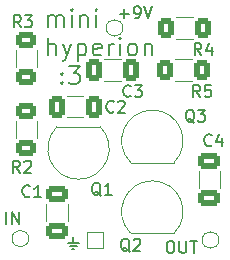
<source format=gto>
%TF.GenerationSoftware,KiCad,Pcbnew,8.0.5*%
%TF.CreationDate,2025-01-09T17:24:21-08:00*%
%TF.ProjectId,hyperion,68797065-7269-46f6-9e2e-6b696361645f,rev?*%
%TF.SameCoordinates,Original*%
%TF.FileFunction,Legend,Top*%
%TF.FilePolarity,Positive*%
%FSLAX46Y46*%
G04 Gerber Fmt 4.6, Leading zero omitted, Abs format (unit mm)*
G04 Created by KiCad (PCBNEW 8.0.5) date 2025-01-09 17:24:21*
%MOMM*%
%LPD*%
G01*
G04 APERTURE LIST*
G04 Aperture macros list*
%AMRoundRect*
0 Rectangle with rounded corners*
0 $1 Rounding radius*
0 $2 $3 $4 $5 $6 $7 $8 $9 X,Y pos of 4 corners*
0 Add a 4 corners polygon primitive as box body*
4,1,4,$2,$3,$4,$5,$6,$7,$8,$9,$2,$3,0*
0 Add four circle primitives for the rounded corners*
1,1,$1+$1,$2,$3*
1,1,$1+$1,$4,$5*
1,1,$1+$1,$6,$7*
1,1,$1+$1,$8,$9*
0 Add four rect primitives between the rounded corners*
20,1,$1+$1,$2,$3,$4,$5,0*
20,1,$1+$1,$4,$5,$6,$7,0*
20,1,$1+$1,$6,$7,$8,$9,0*
20,1,$1+$1,$8,$9,$2,$3,0*%
G04 Aperture macros list end*
%ADD10C,0.127000*%
%ADD11C,0.150000*%
%ADD12C,0.120000*%
%ADD13RoundRect,0.250000X-0.412500X-0.650000X0.412500X-0.650000X0.412500X0.650000X-0.412500X0.650000X0*%
%ADD14RoundRect,0.250000X0.400000X0.625000X-0.400000X0.625000X-0.400000X-0.625000X0.400000X-0.625000X0*%
%ADD15RoundRect,0.250000X-0.625000X0.400000X-0.625000X-0.400000X0.625000X-0.400000X0.625000X0.400000X0*%
%ADD16O,1.050000X1.500000*%
%ADD17R,1.050000X1.500000*%
%ADD18C,1.000000*%
%ADD19R,1.000000X1.000000*%
%ADD20RoundRect,0.250000X0.650000X-0.412500X0.650000X0.412500X-0.650000X0.412500X-0.650000X-0.412500X0*%
%ADD21RoundRect,0.250000X0.625000X-0.400000X0.625000X0.400000X-0.625000X0.400000X-0.625000X-0.400000X0*%
%ADD22RoundRect,0.250000X-0.650000X0.412500X-0.650000X-0.412500X0.650000X-0.412500X0.650000X0.412500X0*%
G04 APERTURE END LIST*
D10*
X130895094Y-107552792D02*
X130895094Y-106552792D01*
X130895094Y-106695649D02*
X130966523Y-106624221D01*
X130966523Y-106624221D02*
X131109380Y-106552792D01*
X131109380Y-106552792D02*
X131323666Y-106552792D01*
X131323666Y-106552792D02*
X131466523Y-106624221D01*
X131466523Y-106624221D02*
X131537952Y-106767078D01*
X131537952Y-106767078D02*
X131537952Y-107552792D01*
X131537952Y-106767078D02*
X131609380Y-106624221D01*
X131609380Y-106624221D02*
X131752237Y-106552792D01*
X131752237Y-106552792D02*
X131966523Y-106552792D01*
X131966523Y-106552792D02*
X132109380Y-106624221D01*
X132109380Y-106624221D02*
X132180809Y-106767078D01*
X132180809Y-106767078D02*
X132180809Y-107552792D01*
X132895094Y-107552792D02*
X132895094Y-106552792D01*
X132895094Y-106052792D02*
X132823666Y-106124221D01*
X132823666Y-106124221D02*
X132895094Y-106195649D01*
X132895094Y-106195649D02*
X132966523Y-106124221D01*
X132966523Y-106124221D02*
X132895094Y-106052792D01*
X132895094Y-106052792D02*
X132895094Y-106195649D01*
X133609380Y-106552792D02*
X133609380Y-107552792D01*
X133609380Y-106695649D02*
X133680809Y-106624221D01*
X133680809Y-106624221D02*
X133823666Y-106552792D01*
X133823666Y-106552792D02*
X134037952Y-106552792D01*
X134037952Y-106552792D02*
X134180809Y-106624221D01*
X134180809Y-106624221D02*
X134252238Y-106767078D01*
X134252238Y-106767078D02*
X134252238Y-107552792D01*
X134966523Y-107552792D02*
X134966523Y-106552792D01*
X134966523Y-106052792D02*
X134895095Y-106124221D01*
X134895095Y-106124221D02*
X134966523Y-106195649D01*
X134966523Y-106195649D02*
X135037952Y-106124221D01*
X135037952Y-106124221D02*
X134966523Y-106052792D01*
X134966523Y-106052792D02*
X134966523Y-106195649D01*
X130895094Y-109967708D02*
X130895094Y-108467708D01*
X131537952Y-109967708D02*
X131537952Y-109181994D01*
X131537952Y-109181994D02*
X131466523Y-109039137D01*
X131466523Y-109039137D02*
X131323666Y-108967708D01*
X131323666Y-108967708D02*
X131109380Y-108967708D01*
X131109380Y-108967708D02*
X130966523Y-109039137D01*
X130966523Y-109039137D02*
X130895094Y-109110565D01*
X132109380Y-108967708D02*
X132466523Y-109967708D01*
X132823666Y-108967708D02*
X132466523Y-109967708D01*
X132466523Y-109967708D02*
X132323666Y-110324851D01*
X132323666Y-110324851D02*
X132252237Y-110396280D01*
X132252237Y-110396280D02*
X132109380Y-110467708D01*
X133395094Y-108967708D02*
X133395094Y-110467708D01*
X133395094Y-109039137D02*
X133537952Y-108967708D01*
X133537952Y-108967708D02*
X133823666Y-108967708D01*
X133823666Y-108967708D02*
X133966523Y-109039137D01*
X133966523Y-109039137D02*
X134037952Y-109110565D01*
X134037952Y-109110565D02*
X134109380Y-109253422D01*
X134109380Y-109253422D02*
X134109380Y-109681994D01*
X134109380Y-109681994D02*
X134037952Y-109824851D01*
X134037952Y-109824851D02*
X133966523Y-109896280D01*
X133966523Y-109896280D02*
X133823666Y-109967708D01*
X133823666Y-109967708D02*
X133537952Y-109967708D01*
X133537952Y-109967708D02*
X133395094Y-109896280D01*
X135323666Y-109896280D02*
X135180809Y-109967708D01*
X135180809Y-109967708D02*
X134895095Y-109967708D01*
X134895095Y-109967708D02*
X134752237Y-109896280D01*
X134752237Y-109896280D02*
X134680809Y-109753422D01*
X134680809Y-109753422D02*
X134680809Y-109181994D01*
X134680809Y-109181994D02*
X134752237Y-109039137D01*
X134752237Y-109039137D02*
X134895095Y-108967708D01*
X134895095Y-108967708D02*
X135180809Y-108967708D01*
X135180809Y-108967708D02*
X135323666Y-109039137D01*
X135323666Y-109039137D02*
X135395095Y-109181994D01*
X135395095Y-109181994D02*
X135395095Y-109324851D01*
X135395095Y-109324851D02*
X134680809Y-109467708D01*
X136037951Y-109967708D02*
X136037951Y-108967708D01*
X136037951Y-109253422D02*
X136109380Y-109110565D01*
X136109380Y-109110565D02*
X136180809Y-109039137D01*
X136180809Y-109039137D02*
X136323666Y-108967708D01*
X136323666Y-108967708D02*
X136466523Y-108967708D01*
X136966522Y-109967708D02*
X136966522Y-108967708D01*
X136966522Y-108467708D02*
X136895094Y-108539137D01*
X136895094Y-108539137D02*
X136966522Y-108610565D01*
X136966522Y-108610565D02*
X137037951Y-108539137D01*
X137037951Y-108539137D02*
X136966522Y-108467708D01*
X136966522Y-108467708D02*
X136966522Y-108610565D01*
X137895094Y-109967708D02*
X137752237Y-109896280D01*
X137752237Y-109896280D02*
X137680808Y-109824851D01*
X137680808Y-109824851D02*
X137609380Y-109681994D01*
X137609380Y-109681994D02*
X137609380Y-109253422D01*
X137609380Y-109253422D02*
X137680808Y-109110565D01*
X137680808Y-109110565D02*
X137752237Y-109039137D01*
X137752237Y-109039137D02*
X137895094Y-108967708D01*
X137895094Y-108967708D02*
X138109380Y-108967708D01*
X138109380Y-108967708D02*
X138252237Y-109039137D01*
X138252237Y-109039137D02*
X138323666Y-109110565D01*
X138323666Y-109110565D02*
X138395094Y-109253422D01*
X138395094Y-109253422D02*
X138395094Y-109681994D01*
X138395094Y-109681994D02*
X138323666Y-109824851D01*
X138323666Y-109824851D02*
X138252237Y-109896280D01*
X138252237Y-109896280D02*
X138109380Y-109967708D01*
X138109380Y-109967708D02*
X137895094Y-109967708D01*
X139037951Y-108967708D02*
X139037951Y-109967708D01*
X139037951Y-109110565D02*
X139109380Y-109039137D01*
X139109380Y-109039137D02*
X139252237Y-108967708D01*
X139252237Y-108967708D02*
X139466523Y-108967708D01*
X139466523Y-108967708D02*
X139609380Y-109039137D01*
X139609380Y-109039137D02*
X139680809Y-109181994D01*
X139680809Y-109181994D02*
X139680809Y-109967708D01*
X132037951Y-112239767D02*
X132109380Y-112311196D01*
X132109380Y-112311196D02*
X132037951Y-112382624D01*
X132037951Y-112382624D02*
X131966523Y-112311196D01*
X131966523Y-112311196D02*
X132037951Y-112239767D01*
X132037951Y-112239767D02*
X132037951Y-112382624D01*
X132037951Y-111454053D02*
X132109380Y-111525481D01*
X132109380Y-111525481D02*
X132037951Y-111596910D01*
X132037951Y-111596910D02*
X131966523Y-111525481D01*
X131966523Y-111525481D02*
X132037951Y-111454053D01*
X132037951Y-111454053D02*
X132037951Y-111596910D01*
X132609380Y-110882624D02*
X133537952Y-110882624D01*
X133537952Y-110882624D02*
X133037952Y-111454053D01*
X133037952Y-111454053D02*
X133252237Y-111454053D01*
X133252237Y-111454053D02*
X133395095Y-111525481D01*
X133395095Y-111525481D02*
X133466523Y-111596910D01*
X133466523Y-111596910D02*
X133537952Y-111739767D01*
X133537952Y-111739767D02*
X133537952Y-112096910D01*
X133537952Y-112096910D02*
X133466523Y-112239767D01*
X133466523Y-112239767D02*
X133395095Y-112311196D01*
X133395095Y-112311196D02*
X133252237Y-112382624D01*
X133252237Y-112382624D02*
X132823666Y-112382624D01*
X132823666Y-112382624D02*
X132680809Y-112311196D01*
X132680809Y-112311196D02*
X132609380Y-112239767D01*
D11*
X127339791Y-124203619D02*
X127339791Y-123203619D01*
X127815981Y-124203619D02*
X127815981Y-123203619D01*
X127815981Y-123203619D02*
X128387409Y-124203619D01*
X128387409Y-124203619D02*
X128387409Y-123203619D01*
X141138400Y-125692819D02*
X141328876Y-125692819D01*
X141328876Y-125692819D02*
X141424114Y-125740438D01*
X141424114Y-125740438D02*
X141519352Y-125835676D01*
X141519352Y-125835676D02*
X141566971Y-126026152D01*
X141566971Y-126026152D02*
X141566971Y-126359485D01*
X141566971Y-126359485D02*
X141519352Y-126549961D01*
X141519352Y-126549961D02*
X141424114Y-126645200D01*
X141424114Y-126645200D02*
X141328876Y-126692819D01*
X141328876Y-126692819D02*
X141138400Y-126692819D01*
X141138400Y-126692819D02*
X141043162Y-126645200D01*
X141043162Y-126645200D02*
X140947924Y-126549961D01*
X140947924Y-126549961D02*
X140900305Y-126359485D01*
X140900305Y-126359485D02*
X140900305Y-126026152D01*
X140900305Y-126026152D02*
X140947924Y-125835676D01*
X140947924Y-125835676D02*
X141043162Y-125740438D01*
X141043162Y-125740438D02*
X141138400Y-125692819D01*
X141995543Y-125692819D02*
X141995543Y-126502342D01*
X141995543Y-126502342D02*
X142043162Y-126597580D01*
X142043162Y-126597580D02*
X142090781Y-126645200D01*
X142090781Y-126645200D02*
X142186019Y-126692819D01*
X142186019Y-126692819D02*
X142376495Y-126692819D01*
X142376495Y-126692819D02*
X142471733Y-126645200D01*
X142471733Y-126645200D02*
X142519352Y-126597580D01*
X142519352Y-126597580D02*
X142566971Y-126502342D01*
X142566971Y-126502342D02*
X142566971Y-125692819D01*
X142900305Y-125692819D02*
X143471733Y-125692819D01*
X143186019Y-126692819D02*
X143186019Y-125692819D01*
X136941086Y-106449066D02*
X137702991Y-106449066D01*
X137322038Y-106830019D02*
X137322038Y-106068114D01*
X138226800Y-106830019D02*
X138417276Y-106830019D01*
X138417276Y-106830019D02*
X138512514Y-106782400D01*
X138512514Y-106782400D02*
X138560133Y-106734780D01*
X138560133Y-106734780D02*
X138655371Y-106591923D01*
X138655371Y-106591923D02*
X138702990Y-106401447D01*
X138702990Y-106401447D02*
X138702990Y-106020495D01*
X138702990Y-106020495D02*
X138655371Y-105925257D01*
X138655371Y-105925257D02*
X138607752Y-105877638D01*
X138607752Y-105877638D02*
X138512514Y-105830019D01*
X138512514Y-105830019D02*
X138322038Y-105830019D01*
X138322038Y-105830019D02*
X138226800Y-105877638D01*
X138226800Y-105877638D02*
X138179181Y-105925257D01*
X138179181Y-105925257D02*
X138131562Y-106020495D01*
X138131562Y-106020495D02*
X138131562Y-106258590D01*
X138131562Y-106258590D02*
X138179181Y-106353828D01*
X138179181Y-106353828D02*
X138226800Y-106401447D01*
X138226800Y-106401447D02*
X138322038Y-106449066D01*
X138322038Y-106449066D02*
X138512514Y-106449066D01*
X138512514Y-106449066D02*
X138607752Y-106401447D01*
X138607752Y-106401447D02*
X138655371Y-106353828D01*
X138655371Y-106353828D02*
X138702990Y-106258590D01*
X138988705Y-105830019D02*
X139322038Y-106830019D01*
X139322038Y-106830019D02*
X139655371Y-105830019D01*
X132518210Y-125816590D02*
X133470591Y-125816590D01*
X132708686Y-126102304D02*
X133280114Y-126102304D01*
X132994400Y-125388019D02*
X132994400Y-125816590D01*
X133089638Y-126388019D02*
X132899162Y-126388019D01*
X136434533Y-114710380D02*
X136386914Y-114758000D01*
X136386914Y-114758000D02*
X136244057Y-114805619D01*
X136244057Y-114805619D02*
X136148819Y-114805619D01*
X136148819Y-114805619D02*
X136005962Y-114758000D01*
X136005962Y-114758000D02*
X135910724Y-114662761D01*
X135910724Y-114662761D02*
X135863105Y-114567523D01*
X135863105Y-114567523D02*
X135815486Y-114377047D01*
X135815486Y-114377047D02*
X135815486Y-114234190D01*
X135815486Y-114234190D02*
X135863105Y-114043714D01*
X135863105Y-114043714D02*
X135910724Y-113948476D01*
X135910724Y-113948476D02*
X136005962Y-113853238D01*
X136005962Y-113853238D02*
X136148819Y-113805619D01*
X136148819Y-113805619D02*
X136244057Y-113805619D01*
X136244057Y-113805619D02*
X136386914Y-113853238D01*
X136386914Y-113853238D02*
X136434533Y-113900857D01*
X136815486Y-113900857D02*
X136863105Y-113853238D01*
X136863105Y-113853238D02*
X136958343Y-113805619D01*
X136958343Y-113805619D02*
X137196438Y-113805619D01*
X137196438Y-113805619D02*
X137291676Y-113853238D01*
X137291676Y-113853238D02*
X137339295Y-113900857D01*
X137339295Y-113900857D02*
X137386914Y-113996095D01*
X137386914Y-113996095D02*
X137386914Y-114091333D01*
X137386914Y-114091333D02*
X137339295Y-114234190D01*
X137339295Y-114234190D02*
X136767867Y-114805619D01*
X136767867Y-114805619D02*
X137386914Y-114805619D01*
X143749733Y-113484819D02*
X143416400Y-113008628D01*
X143178305Y-113484819D02*
X143178305Y-112484819D01*
X143178305Y-112484819D02*
X143559257Y-112484819D01*
X143559257Y-112484819D02*
X143654495Y-112532438D01*
X143654495Y-112532438D02*
X143702114Y-112580057D01*
X143702114Y-112580057D02*
X143749733Y-112675295D01*
X143749733Y-112675295D02*
X143749733Y-112818152D01*
X143749733Y-112818152D02*
X143702114Y-112913390D01*
X143702114Y-112913390D02*
X143654495Y-112961009D01*
X143654495Y-112961009D02*
X143559257Y-113008628D01*
X143559257Y-113008628D02*
X143178305Y-113008628D01*
X144654495Y-112484819D02*
X144178305Y-112484819D01*
X144178305Y-112484819D02*
X144130686Y-112961009D01*
X144130686Y-112961009D02*
X144178305Y-112913390D01*
X144178305Y-112913390D02*
X144273543Y-112865771D01*
X144273543Y-112865771D02*
X144511638Y-112865771D01*
X144511638Y-112865771D02*
X144606876Y-112913390D01*
X144606876Y-112913390D02*
X144654495Y-112961009D01*
X144654495Y-112961009D02*
X144702114Y-113056247D01*
X144702114Y-113056247D02*
X144702114Y-113294342D01*
X144702114Y-113294342D02*
X144654495Y-113389580D01*
X144654495Y-113389580D02*
X144606876Y-113437200D01*
X144606876Y-113437200D02*
X144511638Y-113484819D01*
X144511638Y-113484819D02*
X144273543Y-113484819D01*
X144273543Y-113484819D02*
X144178305Y-113437200D01*
X144178305Y-113437200D02*
X144130686Y-113389580D01*
X128484333Y-119886219D02*
X128151000Y-119410028D01*
X127912905Y-119886219D02*
X127912905Y-118886219D01*
X127912905Y-118886219D02*
X128293857Y-118886219D01*
X128293857Y-118886219D02*
X128389095Y-118933838D01*
X128389095Y-118933838D02*
X128436714Y-118981457D01*
X128436714Y-118981457D02*
X128484333Y-119076695D01*
X128484333Y-119076695D02*
X128484333Y-119219552D01*
X128484333Y-119219552D02*
X128436714Y-119314790D01*
X128436714Y-119314790D02*
X128389095Y-119362409D01*
X128389095Y-119362409D02*
X128293857Y-119410028D01*
X128293857Y-119410028D02*
X127912905Y-119410028D01*
X128865286Y-118981457D02*
X128912905Y-118933838D01*
X128912905Y-118933838D02*
X129008143Y-118886219D01*
X129008143Y-118886219D02*
X129246238Y-118886219D01*
X129246238Y-118886219D02*
X129341476Y-118933838D01*
X129341476Y-118933838D02*
X129389095Y-118981457D01*
X129389095Y-118981457D02*
X129436714Y-119076695D01*
X129436714Y-119076695D02*
X129436714Y-119171933D01*
X129436714Y-119171933D02*
X129389095Y-119314790D01*
X129389095Y-119314790D02*
X128817667Y-119886219D01*
X128817667Y-119886219D02*
X129436714Y-119886219D01*
X135337561Y-121860457D02*
X135242323Y-121812838D01*
X135242323Y-121812838D02*
X135147085Y-121717600D01*
X135147085Y-121717600D02*
X135004228Y-121574742D01*
X135004228Y-121574742D02*
X134908990Y-121527123D01*
X134908990Y-121527123D02*
X134813752Y-121527123D01*
X134861371Y-121765219D02*
X134766133Y-121717600D01*
X134766133Y-121717600D02*
X134670895Y-121622361D01*
X134670895Y-121622361D02*
X134623276Y-121431885D01*
X134623276Y-121431885D02*
X134623276Y-121098552D01*
X134623276Y-121098552D02*
X134670895Y-120908076D01*
X134670895Y-120908076D02*
X134766133Y-120812838D01*
X134766133Y-120812838D02*
X134861371Y-120765219D01*
X134861371Y-120765219D02*
X135051847Y-120765219D01*
X135051847Y-120765219D02*
X135147085Y-120812838D01*
X135147085Y-120812838D02*
X135242323Y-120908076D01*
X135242323Y-120908076D02*
X135289942Y-121098552D01*
X135289942Y-121098552D02*
X135289942Y-121431885D01*
X135289942Y-121431885D02*
X135242323Y-121622361D01*
X135242323Y-121622361D02*
X135147085Y-121717600D01*
X135147085Y-121717600D02*
X135051847Y-121765219D01*
X135051847Y-121765219D02*
X134861371Y-121765219D01*
X136242323Y-121765219D02*
X135670895Y-121765219D01*
X135956609Y-121765219D02*
X135956609Y-120765219D01*
X135956609Y-120765219D02*
X135861371Y-120908076D01*
X135861371Y-120908076D02*
X135766133Y-121003314D01*
X135766133Y-121003314D02*
X135670895Y-121050933D01*
X143262361Y-115662857D02*
X143167123Y-115615238D01*
X143167123Y-115615238D02*
X143071885Y-115520000D01*
X143071885Y-115520000D02*
X142929028Y-115377142D01*
X142929028Y-115377142D02*
X142833790Y-115329523D01*
X142833790Y-115329523D02*
X142738552Y-115329523D01*
X142786171Y-115567619D02*
X142690933Y-115520000D01*
X142690933Y-115520000D02*
X142595695Y-115424761D01*
X142595695Y-115424761D02*
X142548076Y-115234285D01*
X142548076Y-115234285D02*
X142548076Y-114900952D01*
X142548076Y-114900952D02*
X142595695Y-114710476D01*
X142595695Y-114710476D02*
X142690933Y-114615238D01*
X142690933Y-114615238D02*
X142786171Y-114567619D01*
X142786171Y-114567619D02*
X142976647Y-114567619D01*
X142976647Y-114567619D02*
X143071885Y-114615238D01*
X143071885Y-114615238D02*
X143167123Y-114710476D01*
X143167123Y-114710476D02*
X143214742Y-114900952D01*
X143214742Y-114900952D02*
X143214742Y-115234285D01*
X143214742Y-115234285D02*
X143167123Y-115424761D01*
X143167123Y-115424761D02*
X143071885Y-115520000D01*
X143071885Y-115520000D02*
X142976647Y-115567619D01*
X142976647Y-115567619D02*
X142786171Y-115567619D01*
X143548076Y-114567619D02*
X144167123Y-114567619D01*
X144167123Y-114567619D02*
X143833790Y-114948571D01*
X143833790Y-114948571D02*
X143976647Y-114948571D01*
X143976647Y-114948571D02*
X144071885Y-114996190D01*
X144071885Y-114996190D02*
X144119504Y-115043809D01*
X144119504Y-115043809D02*
X144167123Y-115139047D01*
X144167123Y-115139047D02*
X144167123Y-115377142D01*
X144167123Y-115377142D02*
X144119504Y-115472380D01*
X144119504Y-115472380D02*
X144071885Y-115520000D01*
X144071885Y-115520000D02*
X143976647Y-115567619D01*
X143976647Y-115567619D02*
X143690933Y-115567619D01*
X143690933Y-115567619D02*
X143595695Y-115520000D01*
X143595695Y-115520000D02*
X143548076Y-115472380D01*
X137775961Y-126584857D02*
X137680723Y-126537238D01*
X137680723Y-126537238D02*
X137585485Y-126442000D01*
X137585485Y-126442000D02*
X137442628Y-126299142D01*
X137442628Y-126299142D02*
X137347390Y-126251523D01*
X137347390Y-126251523D02*
X137252152Y-126251523D01*
X137299771Y-126489619D02*
X137204533Y-126442000D01*
X137204533Y-126442000D02*
X137109295Y-126346761D01*
X137109295Y-126346761D02*
X137061676Y-126156285D01*
X137061676Y-126156285D02*
X137061676Y-125822952D01*
X137061676Y-125822952D02*
X137109295Y-125632476D01*
X137109295Y-125632476D02*
X137204533Y-125537238D01*
X137204533Y-125537238D02*
X137299771Y-125489619D01*
X137299771Y-125489619D02*
X137490247Y-125489619D01*
X137490247Y-125489619D02*
X137585485Y-125537238D01*
X137585485Y-125537238D02*
X137680723Y-125632476D01*
X137680723Y-125632476D02*
X137728342Y-125822952D01*
X137728342Y-125822952D02*
X137728342Y-126156285D01*
X137728342Y-126156285D02*
X137680723Y-126346761D01*
X137680723Y-126346761D02*
X137585485Y-126442000D01*
X137585485Y-126442000D02*
X137490247Y-126489619D01*
X137490247Y-126489619D02*
X137299771Y-126489619D01*
X138109295Y-125584857D02*
X138156914Y-125537238D01*
X138156914Y-125537238D02*
X138252152Y-125489619D01*
X138252152Y-125489619D02*
X138490247Y-125489619D01*
X138490247Y-125489619D02*
X138585485Y-125537238D01*
X138585485Y-125537238D02*
X138633104Y-125584857D01*
X138633104Y-125584857D02*
X138680723Y-125680095D01*
X138680723Y-125680095D02*
X138680723Y-125775333D01*
X138680723Y-125775333D02*
X138633104Y-125918190D01*
X138633104Y-125918190D02*
X138061676Y-126489619D01*
X138061676Y-126489619D02*
X138680723Y-126489619D01*
X137856933Y-113389580D02*
X137809314Y-113437200D01*
X137809314Y-113437200D02*
X137666457Y-113484819D01*
X137666457Y-113484819D02*
X137571219Y-113484819D01*
X137571219Y-113484819D02*
X137428362Y-113437200D01*
X137428362Y-113437200D02*
X137333124Y-113341961D01*
X137333124Y-113341961D02*
X137285505Y-113246723D01*
X137285505Y-113246723D02*
X137237886Y-113056247D01*
X137237886Y-113056247D02*
X137237886Y-112913390D01*
X137237886Y-112913390D02*
X137285505Y-112722914D01*
X137285505Y-112722914D02*
X137333124Y-112627676D01*
X137333124Y-112627676D02*
X137428362Y-112532438D01*
X137428362Y-112532438D02*
X137571219Y-112484819D01*
X137571219Y-112484819D02*
X137666457Y-112484819D01*
X137666457Y-112484819D02*
X137809314Y-112532438D01*
X137809314Y-112532438D02*
X137856933Y-112580057D01*
X138190267Y-112484819D02*
X138809314Y-112484819D01*
X138809314Y-112484819D02*
X138475981Y-112865771D01*
X138475981Y-112865771D02*
X138618838Y-112865771D01*
X138618838Y-112865771D02*
X138714076Y-112913390D01*
X138714076Y-112913390D02*
X138761695Y-112961009D01*
X138761695Y-112961009D02*
X138809314Y-113056247D01*
X138809314Y-113056247D02*
X138809314Y-113294342D01*
X138809314Y-113294342D02*
X138761695Y-113389580D01*
X138761695Y-113389580D02*
X138714076Y-113437200D01*
X138714076Y-113437200D02*
X138618838Y-113484819D01*
X138618838Y-113484819D02*
X138333124Y-113484819D01*
X138333124Y-113484819D02*
X138237886Y-113437200D01*
X138237886Y-113437200D02*
X138190267Y-113389580D01*
X129322533Y-121873180D02*
X129274914Y-121920800D01*
X129274914Y-121920800D02*
X129132057Y-121968419D01*
X129132057Y-121968419D02*
X129036819Y-121968419D01*
X129036819Y-121968419D02*
X128893962Y-121920800D01*
X128893962Y-121920800D02*
X128798724Y-121825561D01*
X128798724Y-121825561D02*
X128751105Y-121730323D01*
X128751105Y-121730323D02*
X128703486Y-121539847D01*
X128703486Y-121539847D02*
X128703486Y-121396990D01*
X128703486Y-121396990D02*
X128751105Y-121206514D01*
X128751105Y-121206514D02*
X128798724Y-121111276D01*
X128798724Y-121111276D02*
X128893962Y-121016038D01*
X128893962Y-121016038D02*
X129036819Y-120968419D01*
X129036819Y-120968419D02*
X129132057Y-120968419D01*
X129132057Y-120968419D02*
X129274914Y-121016038D01*
X129274914Y-121016038D02*
X129322533Y-121063657D01*
X130274914Y-121968419D02*
X129703486Y-121968419D01*
X129989200Y-121968419D02*
X129989200Y-120968419D01*
X129989200Y-120968419D02*
X129893962Y-121111276D01*
X129893962Y-121111276D02*
X129798724Y-121206514D01*
X129798724Y-121206514D02*
X129703486Y-121254133D01*
X128560533Y-107592019D02*
X128227200Y-107115828D01*
X127989105Y-107592019D02*
X127989105Y-106592019D01*
X127989105Y-106592019D02*
X128370057Y-106592019D01*
X128370057Y-106592019D02*
X128465295Y-106639638D01*
X128465295Y-106639638D02*
X128512914Y-106687257D01*
X128512914Y-106687257D02*
X128560533Y-106782495D01*
X128560533Y-106782495D02*
X128560533Y-106925352D01*
X128560533Y-106925352D02*
X128512914Y-107020590D01*
X128512914Y-107020590D02*
X128465295Y-107068209D01*
X128465295Y-107068209D02*
X128370057Y-107115828D01*
X128370057Y-107115828D02*
X127989105Y-107115828D01*
X128893867Y-106592019D02*
X129512914Y-106592019D01*
X129512914Y-106592019D02*
X129179581Y-106972971D01*
X129179581Y-106972971D02*
X129322438Y-106972971D01*
X129322438Y-106972971D02*
X129417676Y-107020590D01*
X129417676Y-107020590D02*
X129465295Y-107068209D01*
X129465295Y-107068209D02*
X129512914Y-107163447D01*
X129512914Y-107163447D02*
X129512914Y-107401542D01*
X129512914Y-107401542D02*
X129465295Y-107496780D01*
X129465295Y-107496780D02*
X129417676Y-107544400D01*
X129417676Y-107544400D02*
X129322438Y-107592019D01*
X129322438Y-107592019D02*
X129036724Y-107592019D01*
X129036724Y-107592019D02*
X128941486Y-107544400D01*
X128941486Y-107544400D02*
X128893867Y-107496780D01*
X143851333Y-109928819D02*
X143518000Y-109452628D01*
X143279905Y-109928819D02*
X143279905Y-108928819D01*
X143279905Y-108928819D02*
X143660857Y-108928819D01*
X143660857Y-108928819D02*
X143756095Y-108976438D01*
X143756095Y-108976438D02*
X143803714Y-109024057D01*
X143803714Y-109024057D02*
X143851333Y-109119295D01*
X143851333Y-109119295D02*
X143851333Y-109262152D01*
X143851333Y-109262152D02*
X143803714Y-109357390D01*
X143803714Y-109357390D02*
X143756095Y-109405009D01*
X143756095Y-109405009D02*
X143660857Y-109452628D01*
X143660857Y-109452628D02*
X143279905Y-109452628D01*
X144708476Y-109262152D02*
X144708476Y-109928819D01*
X144470381Y-108881200D02*
X144232286Y-109595485D01*
X144232286Y-109595485D02*
X144851333Y-109595485D01*
X144714933Y-117555180D02*
X144667314Y-117602800D01*
X144667314Y-117602800D02*
X144524457Y-117650419D01*
X144524457Y-117650419D02*
X144429219Y-117650419D01*
X144429219Y-117650419D02*
X144286362Y-117602800D01*
X144286362Y-117602800D02*
X144191124Y-117507561D01*
X144191124Y-117507561D02*
X144143505Y-117412323D01*
X144143505Y-117412323D02*
X144095886Y-117221847D01*
X144095886Y-117221847D02*
X144095886Y-117078990D01*
X144095886Y-117078990D02*
X144143505Y-116888514D01*
X144143505Y-116888514D02*
X144191124Y-116793276D01*
X144191124Y-116793276D02*
X144286362Y-116698038D01*
X144286362Y-116698038D02*
X144429219Y-116650419D01*
X144429219Y-116650419D02*
X144524457Y-116650419D01*
X144524457Y-116650419D02*
X144667314Y-116698038D01*
X144667314Y-116698038D02*
X144714933Y-116745657D01*
X145572076Y-116983752D02*
X145572076Y-117650419D01*
X145333981Y-116602800D02*
X145095886Y-117317085D01*
X145095886Y-117317085D02*
X145714933Y-117317085D01*
D12*
%TO.C,C2*%
X132447848Y-113390000D02*
X133870352Y-113390000D01*
X132447848Y-115210000D02*
X133870352Y-115210000D01*
%TO.C,R5*%
X143068664Y-110291200D02*
X141614536Y-110291200D01*
X143068664Y-112111200D02*
X141614536Y-112111200D01*
%TO.C,R2*%
X129942000Y-115503336D02*
X129942000Y-116957464D01*
X128122000Y-115503336D02*
X128122000Y-116957464D01*
%TO.C,Q1*%
X135290078Y-116017522D02*
G75*
G02*
X133451600Y-120456001I-1838478J-1838478D01*
G01*
X133451600Y-120456000D02*
G75*
G02*
X131613122Y-116017522I0J2600000D01*
G01*
X135251600Y-116006000D02*
X131651600Y-116006000D01*
%TO.C,TP2*%
X137199600Y-107645200D02*
G75*
G02*
X135799600Y-107645200I-700000J0D01*
G01*
X135799600Y-107645200D02*
G75*
G02*
X137199600Y-107645200I700000J0D01*
G01*
%TO.C,TP3*%
X135525200Y-126303200D02*
X134125200Y-126303200D01*
X135525200Y-124903200D02*
X135525200Y-126303200D01*
X134125200Y-126303200D02*
X134125200Y-124903200D01*
X134125200Y-124903200D02*
X135525200Y-124903200D01*
%TO.C,TP4*%
X145327600Y-125603200D02*
G75*
G02*
X143927600Y-125603200I-700000J0D01*
G01*
X143927600Y-125603200D02*
G75*
G02*
X145327600Y-125603200I700000J0D01*
G01*
%TO.C,Q3*%
X137900000Y-119045600D02*
X141500000Y-119045600D01*
X137861522Y-119034078D02*
G75*
G02*
X139700000Y-114595599I1838478J1838478D01*
G01*
X139700000Y-114595600D02*
G75*
G02*
X141538478Y-119034078I0J-2600000D01*
G01*
%TO.C,Q2*%
X139700000Y-120590000D02*
G75*
G02*
X141538478Y-125028478I0J-2600000D01*
G01*
X137861522Y-125028478D02*
G75*
G02*
X139700000Y-120589999I1838478J1838478D01*
G01*
X137900000Y-125040000D02*
X141500000Y-125040000D01*
%TO.C,C3*%
X135635948Y-112111200D02*
X137058452Y-112111200D01*
X135635948Y-110291200D02*
X137058452Y-110291200D01*
%TO.C,TP1*%
X129224000Y-125476000D02*
G75*
G02*
X127824000Y-125476000I-700000J0D01*
G01*
X127824000Y-125476000D02*
G75*
G02*
X129224000Y-125476000I700000J0D01*
G01*
%TO.C,C1*%
X132532800Y-123952052D02*
X132532800Y-122529548D01*
X130712800Y-123952052D02*
X130712800Y-122529548D01*
%TO.C,R3*%
X128122000Y-110938264D02*
X128122000Y-109484136D01*
X129942000Y-110938264D02*
X129942000Y-109484136D01*
%TO.C,R4*%
X143170264Y-106735200D02*
X141716136Y-106735200D01*
X143170264Y-108555200D02*
X141716136Y-108555200D01*
%TO.C,C4*%
X145436000Y-119761148D02*
X145436000Y-121183652D01*
X143616000Y-119761148D02*
X143616000Y-121183652D01*
%TD*%
%LPC*%
D13*
%TO.C,C2*%
X131596600Y-114300000D03*
X134721600Y-114300000D03*
%TD*%
D14*
%TO.C,R5*%
X143891600Y-111201200D03*
X140791600Y-111201200D03*
%TD*%
D15*
%TO.C,R2*%
X129032000Y-117780400D03*
X129032000Y-114680400D03*
%TD*%
D16*
%TO.C,Q1*%
X132181600Y-117856000D03*
X133451600Y-117856000D03*
D17*
X134721600Y-117856000D03*
%TD*%
D18*
%TO.C,TP2*%
X136499600Y-107645200D03*
%TD*%
D19*
%TO.C,TP3*%
X134825200Y-125603200D03*
%TD*%
D18*
%TO.C,TP4*%
X144627600Y-125603200D03*
%TD*%
D17*
%TO.C,Q3*%
X138430000Y-117195600D03*
D16*
X139700000Y-117195600D03*
X140970000Y-117195600D03*
%TD*%
%TO.C,Q2*%
X140970000Y-123190000D03*
X139700000Y-123190000D03*
D17*
X138430000Y-123190000D03*
%TD*%
D13*
%TO.C,C3*%
X137909700Y-111201200D03*
X134784700Y-111201200D03*
%TD*%
D18*
%TO.C,TP1*%
X128524000Y-125476000D03*
%TD*%
D20*
%TO.C,C1*%
X131622800Y-121678300D03*
X131622800Y-124803300D03*
%TD*%
D21*
%TO.C,R3*%
X129032000Y-111761200D03*
X129032000Y-108661200D03*
%TD*%
D14*
%TO.C,R4*%
X143993200Y-107645200D03*
X140893200Y-107645200D03*
%TD*%
D22*
%TO.C,C4*%
X144526000Y-122034900D03*
X144526000Y-118909900D03*
%TD*%
%LPD*%
M02*

</source>
